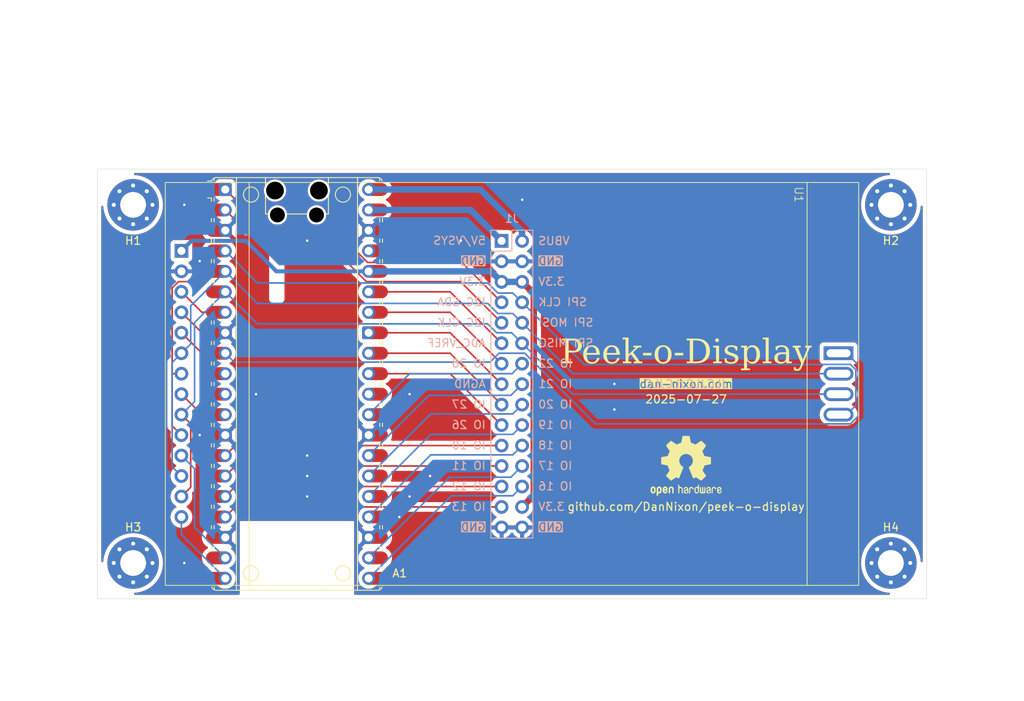
<source format=kicad_pcb>
(kicad_pcb (version 20241229) (generator "pcbnew") (generator_version "9.0")
  (layers (0 "F.Cu" signal) (2 "B.Cu" signal) (13 "F.Paste" user) (15 "B.Paste" user) (5 "F.SilkS" user "F.Silkscreen") (7 "B.SilkS" user "B.Silkscreen") (1 "F.Mask" user) (3 "B.Mask" user) (25 "Edge.Cuts" user))
  (net 0 "")
  (net 2 "/IO_19")
  (net 3 "/IO_12")
  (net 4 "/I2C_SDA")
  (net 5 "GND")
  (net 6 "/IO_18")
  (net 7 "/IO_22")
  (net 8 "VBUS")
  (net 9 "/TOUCH_IRQ")
  (net 10 "/IO_26")
  (net 11 "/SD_CS")
  (net 12 "/AGND")
  (net 13 "/IO_28")
  (net 14 "/TOUCH_CS")
  (net 15 "/DISPLAY_RST")
  (net 16 "/IO_17")
  (net 17 "/IO_27")
  (net 18 "/IO_13")
  (net 19 "/DISPLAY_BL")
  (net 20 "/SPI_MOSI")
  (net 21 "/SPI_MISO")
  (net 22 "/IO_20")
  (net 23 "/SPI_CLK")
  (net 24 "+3.3V")
  (net 25 "/ADC_VREF")
  (net 26 "+5V")
  (net 27 "/IO_16")
  (net 28 "/DISPLAY_CS")
  (net 29 "/I2C_CLK")
  (net 30 "/IO_21")
  (net 31 "/DISPLAY_DC")
  (net 69 "/IO_10")
  (net 70 "/IO_11")
  (footprint "MountingHole:MountingHole_3.2mm_M3_Pad_Via" (layer "F.Cu") (at 80.01 78.105)
    (property "Reference" "H1")
    (property "Value" "MountingHole_Pad")
  )
  (footprint "Symbol:OSHW-Logo2_9.8x8mm_SilkScreen" (layer "F.Cu") (at 148.59 110.49)
    (property "Reference" "REF**" (hide yes))
    (property "Value" "OSHW-Logo2_9.8x8mm_SilkScreen" (hide yes))
  )
  (footprint "Module_Raspberry_Pi_Pico:RaspberryPi_Pico_Common" (layer "F.Cu") (at 100.33 100.33)
    (property "Reference" "A1")
    (property "Value" "RaspberryPi_Pico")
  )
  (footprint "Display_Project:ILI9341_2.8in_with_touch_and_sd" (layer "F.Cu") (at 127 100.33 -90)
    (property "Reference" "U1")
    (property "Value" "~")
  )
  (footprint "MountingHole:MountingHole_3.2mm_M3_Pad_Via" (layer "F.Cu") (at 173.99 78.105)
    (property "Reference" "H2")
    (property "Value" "MountingHole_Pad")
  )
  (footprint "MountingHole:MountingHole_3.2mm_M3_Pad_Via" (layer "F.Cu") (at 80.01 122.555)
    (property "Reference" "H3")
    (property "Value" "MountingHole_Pad")
  )
  (footprint "MountingHole:MountingHole_3.2mm_M3_Pad_Via" (layer "F.Cu") (at 173.99 122.555)
    (property "Reference" "H4")
    (property "Value" "MountingHole_Pad")
  )
  (footprint "Connector_PinSocket_2.54mm:PinSocket_2x15_P2.54mm_Vertical" (layer "B.Cu") (at 125.71 82.58 180)
    (property "Reference" "J1")
    (property "Value" "Conn_02x15_Odd_Even")
  )
  (gr_rect (start 75.565 73.66) (end 178.435 127) (stroke (width 0.05)) (fill no) (layer "Edge.Cuts"))
  (gr_text "dan-nixon.com" (at 148.59 100.33 0) (layer "F.SilkS" knockout) (effects (font (size 1 1))))
  (gr_text "2025-07-27" (at 148.59 102.235 0) (layer "F.SilkS") (effects (font (size 1 1))))
  (gr_text "github.com/DanNixon/peek-o-display" (at 148.59 115.57 0) (layer "F.SilkS") (effects (font (size 1 1))))
  (gr_text "Peek-o-Display" (at 148.59 96.52 0) (layer "F.SilkS") (effects (font (size 3 3) (thickness 0.1))))
  (gr_text "IO 11" (at 123.825 110.49 0) (layer "B.SilkS") (effects (font (size 1 1)) (justify left mirror)))
  (gr_text "IO 10" (at 123.825 107.95 0) (layer "B.SilkS") (effects (font (size 1 1)) (justify left mirror)))
  (gr_text "AGND" (at 123.825 100.33 0) (layer "B.SilkS") (effects (font (size 1 1)) (justify left mirror)))
  (gr_text "IO 18" (at 130.175 107.95 0) (layer "B.SilkS") (effects (font (size 1 1)) (justify right mirror)))
  (gr_text "IO 21" (at 130.175 100.33 0) (layer "B.SilkS") (effects (font (size 1 1)) (justify right mirror)))
  (gr_text "IO 12" (at 123.825 113.03 0) (layer "B.SilkS") (effects (font (size 1 1)) (justify left mirror)))
  (gr_text "I2C SDA" (at 123.825 90.17 0) (layer "B.SilkS") (effects (font (size 1 1)) (justify left mirror)))
  (gr_text "IO 13" (at 123.825 115.57 0) (layer "B.SilkS") (effects (font (size 1 1)) (justify left mirror)))
  (gr_text "SPI MISO" (at 130.175 95.25 0) (layer "B.SilkS") (effects (font (size 1 1)) (justify right mirror)))
  (gr_text "3.3V" (at 130.175 115.57 0) (layer "B.SilkS") (effects (font (size 1 1)) (justify right mirror)))
  (gr_text "IO 22" (at 130.175 97.79 0) (layer "B.SilkS") (effects (font (size 1 1)) (justify right mirror)))
  (gr_text "GND" (at 130.175 85.09 0) (layer "B.SilkS" knockout) (effects (font (size 1 1)) (justify right mirror)))
  (gr_text "ADC_VREF" (at 123.825 95.25 0) (layer "B.SilkS") (effects (font (size 1 1)) (justify left mirror)))
  (gr_text "GND" (at 123.825 118.11 0) (layer "B.SilkS" knockout) (effects (font (size 1 1)) (justify left mirror)))
  (gr_text "IO 17" (at 130.175 110.49 0) (layer "B.SilkS") (effects (font (size 1 1)) (justify right mirror)))
  (gr_text "IO 28" (at 123.825 97.79 0) (layer "B.SilkS") (effects (font (size 1 1)) (justify left mirror)))
  (gr_text "GND" (at 130.175 118.11 0) (layer "B.SilkS" knockout) (effects (font (size 1 1)) (justify right mirror)))
  (gr_text "5V/VSYS" (at 123.825 82.55 0) (layer "B.SilkS") (effects (font (size 1 1)) (justify left mirror)))
  (gr_text "3.3V" (at 130.175 87.63 0) (layer "B.SilkS") (effects (font (size 1 1)) (justify right mirror)))
  (gr_text "IO 19" (at 130.175 105.41 0) (layer "B.SilkS") (effects (font (size 1 1)) (justify right mirror)))
  (gr_text "3.3V" (at 123.825 87.63 0) (layer "B.SilkS") (effects (font (size 1 1)) (justify left mirror)))
  (gr_text "SPI CLK" (at 130.175 90.17 0) (layer "B.SilkS") (effects (font (size 1 1)) (justify right mirror)))
  (gr_text "SPI MOSI" (at 130.175 92.71 0) (layer "B.SilkS") (effects (font (size 1 1)) (justify right mirror)))
  (gr_text "IO 26" (at 123.825 105.41 0) (layer "B.SilkS") (effects (font (size 1 1)) (justify left mirror)))
  (gr_text "IO 16" (at 130.175 113.03 0) (layer "B.SilkS") (effects (font (size 1 1)) (justify right mirror)))
  (gr_text "IO 20" (at 130.175 102.87 0) (layer "B.SilkS") (effects (font (size 1 1)) (justify right mirror)))
  (gr_text "VBUS" (at 130.175 82.58 0) (layer "B.SilkS") (effects (font (size 1 1)) (justify right mirror)))
  (gr_text "I2C CLK" (at 123.825 92.71 0) (layer "B.SilkS") (effects (font (size 1 1)) (justify left mirror)))
  (gr_text "IO 27" (at 123.825 102.87 0) (layer "B.SilkS") (effects (font (size 1 1)) (justify left mirror)))
  (gr_text "GND" (at 123.825 85.09 0) (layer "B.SilkS" knockout) (effects (font (size 1 1)) (justify left mirror)))
  (gr_text "JLCJLCJLCJLC" (at 148.59 100.33 0) (layer "B.SilkS") (effects (font (size 1 1)) (justify mirror)))
  (segment (start 109.22 114.3) (end 116.929 106.591) (width 0.2) (layer "B.Cu") (net 2))
  (segment (start 127.099 106.591) (end 128.25 105.44) (width 0.2) (layer "B.Cu") (net 2))
  (segment (start 116.929 106.591) (end 127.099 106.591) (width 0.2) (layer "B.Cu") (net 2))
  (segment (start 92.68 113.06) (end 125.71 113.06) (width 0.2) (layer "F.Cu") (net 3))
  (segment (start 91.44 114.3) (end 92.68 113.06) (width 0.2) (layer "F.Cu") (net 3))
  (segment (start 104.48795 80.645) (end 109.10195 85.259) (width 0.2) (layer "F.Cu") (net 4))
  (segment (start 109.10195 85.259) (end 120.769 85.259) (width 0.2) (layer "F.Cu") (net 4))
  (segment (start 91.44 76.2) (end 95.885 80.645) (width 0.2) (layer "F.Cu") (net 4))
  (segment (start 95.885 80.645) (end 104.48795 80.645) (width 0.2) (layer "F.Cu") (net 4))
  (segment (start 120.769 85.259) (end 125.71 90.2) (width 0.2) (layer "F.Cu") (net 4))
  (via (at 120.65 82.55) (size 0.6) (drill 0.3) (layers "F.Cu" "B.Cu") (net 5))
  (via (at 88.265 85.09) (size 0.6) (drill 0.3) (layers "F.Cu" "B.Cu") (net 5))
  (via (at 86.36 122.555) (size 0.6) (drill 0.3) (layers "F.Cu" "B.Cu") (net 5))
  (via (at 95.25 101.6) (size 0.6) (drill 0.3) (layers "F.Cu" "B.Cu") (net 5))
  (via (at 86.36 78.105) (size 0.6) (drill 0.3) (layers "F.Cu" "B.Cu") (net 5))
  (via (at 116.84 111.76) (size 0.6) (drill 0.3) (layers "F.Cu" "B.Cu") (net 5))
  (via (at 101.6 114.3) (size 0.6) (drill 0.3) (layers "F.Cu" "B.Cu") (net 5))
  (via (at 88.265 106.68) (size 0.6) (drill 0.3) (layers "F.Cu" "B.Cu") (net 5))
  (via (at 139.7 100.33) (size 0.6) (drill 0.3) (layers "F.Cu" "B.Cu") (net 5))
  (via (at 128.27 77.47) (size 0.6) (drill 0.3) (layers "F.Cu" "B.Cu") (net 5))
  (via (at 101.6 82.55) (size 0.6) (drill 0.3) (layers "F.Cu" "B.Cu") (net 5))
  (via (at 139.7 103.505) (size 0.6) (drill 0.3) (layers "F.Cu" "B.Cu") (net 5))
  (via (at 114.3 101.6) (size 0.6) (drill 0.3) (layers "F.Cu" "B.Cu") (net 5))
  (via (at 113.03 116.84) (size 0.6) (drill 0.3) (layers "F.Cu" "B.Cu") (net 5))
  (via (at 101.6 111.76) (size 0.6) (drill 0.3) (layers "F.Cu" "B.Cu") (net 5))
  (via (at 101.6 109.22) (size 0.6) (drill 0.3) (layers "F.Cu" "B.Cu") (net 5))
  (via (at 114.3 114.3) (size 0.6) (drill 0.3) (layers "F.Cu" "B.Cu") (net 5))
  (segment (start 116.929 109.131) (end 127.099 109.131) (width 0.2) (layer "B.Cu") (net 6))
  (segment (start 109.22 116.84) (end 116.929 109.131) (width 0.2) (layer "B.Cu") (net 6))
  (segment (start 127.099 109.131) (end 128.25 107.98) (width 0.2) (layer "B.Cu") (net 6))
  (segment (start 127.01 99.06) (end 128.25 97.82) (width 0.2) (layer "B.Cu") (net 7))
  (segment (start 114.3 99.06) (end 127.01 99.06) (width 0.2) (layer "B.Cu") (net 7))
  (segment (start 109.22 104.14) (end 114.3 99.06) (width 0.2) (layer "B.Cu") (net 7))
  (segment (start 123.072081 76.2) (end 109.22 76.2) (width 0.8) (layer "B.Cu") (net 8))
  (segment (start 128.25 82.58) (end 128.25 81.377919) (width 0.8) (layer "B.Cu") (net 8))
  (segment (start 128.25 81.377919) (end 123.072081 76.2) (width 0.8) (layer "B.Cu") (net 8))
  (segment (start 86 116.84) (end 86 119.02) (width 0.2) (layer "B.Cu") (net 9))
  (segment (start 86 119.02) (end 91.44 124.46) (width 0.2) (layer "B.Cu") (net 9))
  (segment (start 109.22 99.06) (end 119.33 99.06) (width 0.2) (layer "F.Cu") (net 10))
  (segment (start 119.33 99.06) (end 125.71 105.44) (width 0.2) (layer "F.Cu") (net 10))
  (segment (start 168.97676 105.291) (end 169.979 104.28876) (width 0.2) (layer "B.Cu") (net 11))
  (segment (start 91.44 96.52) (end 92.541 97.621) (width 0.2) (layer "B.Cu") (net 11))
  (segment (start 124.28124 97.621) (end 125.38224 96.52) (width 0.2) (layer "B.Cu") (net 11))
  (segment (start 168.5 96.52) (end 167.5 96.52) (width 0.2) (layer "B.Cu") (net 11))
  (segment (start 169.979 97.999) (end 168.5 96.52) (width 0.2) (layer "B.Cu") (net 11))
  (segment (start 169.979 104.28876) (end 169.979 97.999) (width 0.2) (layer "B.Cu") (net 11))
  (segment (start 125.38224 96.52) (end 128.57776 96.52) (width 0.2) (layer "B.Cu") (net 11))
  (segment (start 137.34876 105.291) (end 168.97676 105.291) (width 0.2) (layer "B.Cu") (net 11))
  (segment (start 92.541 97.621) (end 124.28124 97.621) (width 0.2) (layer "B.Cu") (net 11))
  (segment (start 128.57776 96.52) (end 137.34876 105.291) (width 0.2) (layer "B.Cu") (net 11))
  (segment (start 109.22 93.98) (end 119.33 93.98) (width 0.2) (layer "F.Cu") (net 12))
  (segment (start 119.33 93.98) (end 125.71 100.36) (width 0.2) (layer "F.Cu") (net 12))
  (segment (start 109.22 91.44) (end 119.33 91.44) (width 0.2) (layer "F.Cu") (net 13))
  (segment (start 119.33 91.44) (end 125.71 97.82) (width 0.2) (layer "F.Cu") (net 13))
  (segment (start 87.63 110.85) (end 87.63 118.11) (width 0.2) (layer "B.Cu") (net 14))
  (segment (start 87.63 118.11) (end 91.44 121.92) (width 0.2) (layer "B.Cu") (net 14))
  (segment (start 86 109.22) (end 87.63 110.85) (width 0.2) (layer "B.Cu") (net 14))
  (segment (start 88.739 97.49037) (end 90.30863 99.06) (width 0.2) (layer "F.Cu") (net 15))
  (segment (start 88.739 94.179) (end 88.739 97.49037) (width 0.2) (layer "F.Cu") (net 15))
  (segment (start 86 91.44) (end 88.739 94.179) (width 0.2) (layer "F.Cu") (net 15))
  (segment (start 90.30863 99.06) (end 91.44 99.06) (width 0.2) (layer "F.Cu") (net 15))
  (segment (start 126.861 111.909) (end 128.25 110.52) (width 0.2) (layer "B.Cu") (net 16))
  (segment (start 109.22 121.92) (end 119.231 111.909) (width 0.2) (layer "B.Cu") (net 16))
  (segment (start 119.231 111.909) (end 126.861 111.909) (width 0.2) (layer "B.Cu") (net 16))
  (segment (start 119.33 96.52) (end 125.71 102.9) (width 0.2) (layer "F.Cu") (net 17))
  (segment (start 109.22 96.52) (end 119.33 96.52) (width 0.2) (layer "F.Cu") (net 17))
  (segment (start 92.68 115.6) (end 125.71 115.6) (width 0.2) (layer "F.Cu") (net 18))
  (segment (start 91.44 116.84) (end 92.68 115.6) (width 0.2) (layer "F.Cu") (net 18))
  (segment (start 86 101.6) (end 88.54 104.14) (width 0.2) (layer "F.Cu") (net 19))
  (segment (start 88.54 104.14) (end 91.44 104.14) (width 0.2) (layer "F.Cu") (net 19))
  (segment (start 134.57 99.06) (end 128.25 92.74) (width 0.2) (layer "B.Cu") (net 20))
  (segment (start 127.099 91.589) (end 128.25 92.74) (width 0.2) (layer "B.Cu") (net 20))
  (segment (start 95.419 90.339) (end 123.994 90.339) (width 0.2) (layer "B.Cu") (net 20))
  (segment (start 87.151 90.649) (end 91.44 86.36) (width 0.2) (layer "B.Cu") (net 20))
  (segment (start 84.849 110.609) (end 86 111.76) (width 0.2) (layer "B.Cu") (net 20))
  (segment (start 84.849 97.671) (end 84.849 110.609) (width 0.2) (layer "B.Cu") (net 20))
  (segment (start 86 96.52) (end 87.151 95.369) (width 0.2) (layer "B.Cu") (net 20))
  (segment (start 86 96.52) (end 84.849 97.671) (width 0.2) (layer "B.Cu") (net 20))
  (segment (start 125.244 91.589) (end 127.099 91.589) (width 0.2) (layer "B.Cu") (net 20))
  (segment (start 91.44 86.36) (end 95.419 90.339) (width 0.2) (layer "B.Cu") (net 20))
  (segment (start 167.3 99.06) (end 134.57 99.06) (width 0.2) (layer "B.Cu") (net 20))
  (segment (start 87.151 95.369) (end 87.151 90.649) (width 0.2) (layer "B.Cu") (net 20))
  (segment (start 123.994 90.339) (end 125.244 91.589) (width 0.2) (layer "B.Cu") (net 20))
  (segment (start 87.151 113.149) (end 86 114.3) (width 0.2) (layer "F.Cu") (net 21))
  (segment (start 87.151 105.291) (end 87.151 113.149) (width 0.2) (layer "F.Cu") (net 21))
  (segment (start 86 104.14) (end 87.151 105.291) (width 0.2) (layer "F.Cu") (net 21))
  (segment (start 91.44 88.9) (end 95.414 92.874) (width 0.2) (layer "B.Cu") (net 21))
  (segment (start 128.25 95.28) (end 134.57 101.6) (width 0.2) (layer "B.Cu") (net 21))
  (segment (start 95.414 92.874) (end 123.989 92.874) (width 0.2) (layer "B.Cu") (net 21))
  (segment (start 86 104.14) (end 87.63 102.51) (width 0.2) (layer "B.Cu") (net 21))
  (segment (start 125.095 93.98) (end 126.95 93.98) (width 0.2) (layer "B.Cu") (net 21))
  (segment (start 126.95 93.98) (end 128.25 95.28) (width 0.2) (layer "B.Cu") (net 21))
  (segment (start 134.57 101.6) (end 167.3 101.6) (width 0.2) (layer "B.Cu") (net 21))
  (segment (start 87.63 102.51) (end 87.63 92.71) (width 0.2) (layer "B.Cu") (net 21))
  (segment (start 123.989 92.874) (end 125.095 93.98) (width 0.2) (layer "B.Cu") (net 21))
  (segment (start 87.63 92.71) (end 91.44 88.9) (width 0.2) (layer "B.Cu") (net 21))
  (segment (start 127.099 104.051) (end 128.25 102.9) (width 0.2) (layer "B.Cu") (net 22))
  (segment (start 116.929 104.051) (end 127.099 104.051) (width 0.2) (layer "B.Cu") (net 22))
  (segment (start 109.22 111.76) (end 116.929 104.051) (width 0.2) (layer "B.Cu") (net 22))
  (segment (start 90.82295 83.82) (end 91.44 83.82) (width 0.2) (layer "F.Cu") (net 23))
  (segment (start 84.849 88.42324) (end 84.849 99.06) (width 0.2) (layer "F.Cu") (net 23))
  (segment (start 84.849 99.06) (end 84.849 105.529) (width 0.2) (layer "F.Cu") (net 23))
  (segment (start 87.01295 87.63) (end 90.82295 83.82) (width 0.2) (layer "F.Cu") (net 23))
  (segment (start 84.849 105.529) (end 86 106.68) (width 0.2) (layer "F.Cu") (net 23))
  (segment (start 85.64224 87.63) (end 87.01295 87.63) (width 0.2) (layer "F.Cu") (net 23))
  (segment (start 84.849 88.42324) (end 85.64224 87.63) (width 0.2) (layer "F.Cu") (net 23))
  (segment (start 84.849 99.06) (end 86 99.06) (width 0.2) (layer "F.Cu") (net 23))
  (segment (start 169.651 98.58324) (end 169.651 102.989) (width 0.2) (layer "B.Cu") (net 23))
  (segment (start 169.651 102.989) (end 168.5 104.14) (width 0.2) (layer "B.Cu") (net 23))
  (segment (start 127.099 89.049) (end 128.25 90.2) (width 0.2) (layer "B.Cu") (net 23))
  (segment (start 168.97676 97.909) (end 169.651 98.58324) (width 0.2) (layer "B.Cu") (net 23))
  (segment (start 135.959 97.909) (end 168.97676 97.909) (width 0.2) (layer "B.Cu") (net 23))
  (segment (start 123.994 87.799) (end 125.244 89.049) (width 0.2) (layer "B.Cu") (net 23))
  (segment (start 91.44 83.82) (end 95.419 87.799) (width 0.2) (layer "B.Cu") (net 23))
  (segment (start 128.25 90.2) (end 135.959 97.909) (width 0.2) (layer "B.Cu") (net 23))
  (segment (start 168.5 104.14) (end 167.5 104.14) (width 0.2) (layer "B.Cu") (net 23))
  (segment (start 125.244 89.049) (end 127.099 89.049) (width 0.2) (layer "B.Cu") (net 23))
  (segment (start 95.419 87.799) (end 123.994 87.799) (width 0.2) (layer "B.Cu") (net 23))
  (segment (start 129.701 89.111) (end 129.701 114.149) (width 0.8) (layer "F.Cu") (net 24))
  (segment (start 129.701 114.149) (end 128.25 115.6) (width 0.8) (layer "F.Cu") (net 24))
  (segment (start 128.25 87.66) (end 129.701 89.111) (width 0.8) (layer "F.Cu") (net 24))
  (segment (start 97.79 86.36) (end 93.999 82.569) (width 0.5) (layer "B.Cu") (net 24))
  (segment (start 128.25 87.66) (end 125.71 87.66) (width 0.8) (layer "B.Cu") (net 24))
  (segment (start 124.41 86.36) (end 109.22 86.36) (width 0.8) (layer "B.Cu") (net 24))
  (segment (start 93.999 82.569) (end 87.251 82.569) (width 0.5) (layer "B.Cu") (net 24))
  (segment (start 125.71 87.66) (end 124.41 86.36) (width 0.8) (layer "B.Cu") (net 24))
  (segment (start 87.251 82.569) (end 86 83.82) (width 0.5) (layer "B.Cu") (net 24))
  (segment (start 109.22 86.36) (end 97.79 86.36) (width 0.5) (layer "B.Cu") (net 24))
  (segment (start 109.22 88.9) (end 119.33 88.9) (width 0.2) (layer "F.Cu") (net 25))
  (segment (start 119.33 88.9) (end 125.71 95.28) (width 0.2) (layer "F.Cu") (net 25))
  (segment (start 121.87 78.74) (end 125.71 82.58) (width 0.8) (layer "B.Cu") (net 26))
  (segment (start 109.22 78.74) (end 121.87 78.74) (width 0.8) (layer "B.Cu") (net 26))
  (segment (start 119.469 114.211) (end 127.099 114.211) (width 0.2) (layer "B.Cu") (net 27))
  (segment (start 109.22 124.46) (end 119.469 114.211) (width 0.2) (layer "B.Cu") (net 27))
  (segment (start 127.099 114.211) (end 128.25 113.06) (width 0.2) (layer "B.Cu") (net 27))
  (segment (start 86 88.9) (end 88.54 91.44) (width 0.2) (layer "F.Cu") (net 28))
  (segment (start 88.54 91.44) (end 91.44 91.44) (width 0.2) (layer "F.Cu") (net 28))
  (segment (start 102.58295 81.28) (end 108.93295 87.63) (width 0.2) (layer "F.Cu") (net 29))
  (segment (start 91.44 78.74) (end 93.98 81.28) (width 0.2) (layer "F.Cu") (net 29))
  (segment (start 120.6 87.63) (end 125.71 92.74) (width 0.2) (layer "F.Cu") (net 29))
  (segment (start 93.98 81.28) (end 102.58295 81.28) (width 0.2) (layer "F.Cu") (net 29))
  (segment (start 108.93295 87.63) (end 120.6 87.63) (width 0.2) (layer "F.Cu") (net 29))
  (segment (start 126.861 101.749) (end 128.25 100.36) (width 0.2) (layer "B.Cu") (net 30))
  (segment (start 109.22 109.22) (end 116.691 101.749) (width 0.2) (layer "B.Cu") (net 30))
  (segment (start 116.691 101.749) (end 126.861 101.749) (width 0.2) (layer "B.Cu") (net 30))
  (segment (start 88.338 96.318) (end 88.338 99.62937) (width 0.2) (layer "F.Cu") (net 31))
  (segment (start 86 93.98) (end 88.338 96.318) (width 0.2) (layer "F.Cu") (net 31))
  (segment (start 90.30863 101.6) (end 91.44 101.6) (width 0.2) (layer "F.Cu") (net 31))
  (segment (start 88.338 99.62937) (end 90.30863 101.6) (width 0.2) (layer "F.Cu") (net 31))
  (segment (start 91.44 109.22) (end 92.68 107.98) (width 0.2) (layer "F.Cu") (net 69))
  (segment (start 92.68 107.98) (end 125.71 107.98) (width 0.2) (layer "F.Cu") (net 69))
  (segment (start 92.68 110.52) (end 125.71 110.52) (width 0.2) (layer "F.Cu") (net 70))
  (segment (start 91.44 111.76) (end 92.68 110.52) (width 0.2) (layer "F.Cu") (net 70))
  (zone (net 5) (net_name "GND") (layers "F.Cu" "B.Cu") (connect_pads (clearance 0.5)) (min_thickness 0.25) (fill yes (thermal_gap 0.5) (thermal_bridge_width 0.5))
    (polygon (pts (xy 63.5 139.7) (xy 190.5 139.7) (xy 190.5 63.5) (xy 63.5 63.5)))
  )
  (zone (net 0) (net_name "") (layers "F.Cu" "B.Cu") (name "Antenna Keep Out") (connect_pads (clearance 0)) (min_thickness 0.25)
    (keepout (tracks not_allowed) (vias not_allowed) (pads not_allowed) (copperpour not_allowed) (footprints allowed))
    (fill (thermal_gap 0.5) (thermal_bridge_width 0.5))
    (polygon (pts (xy 93.23 117.33) (xy 107.43 117.33) (xy 107.43 127.384895) (xy 93.23 127.384895)))
  )
)
</source>
